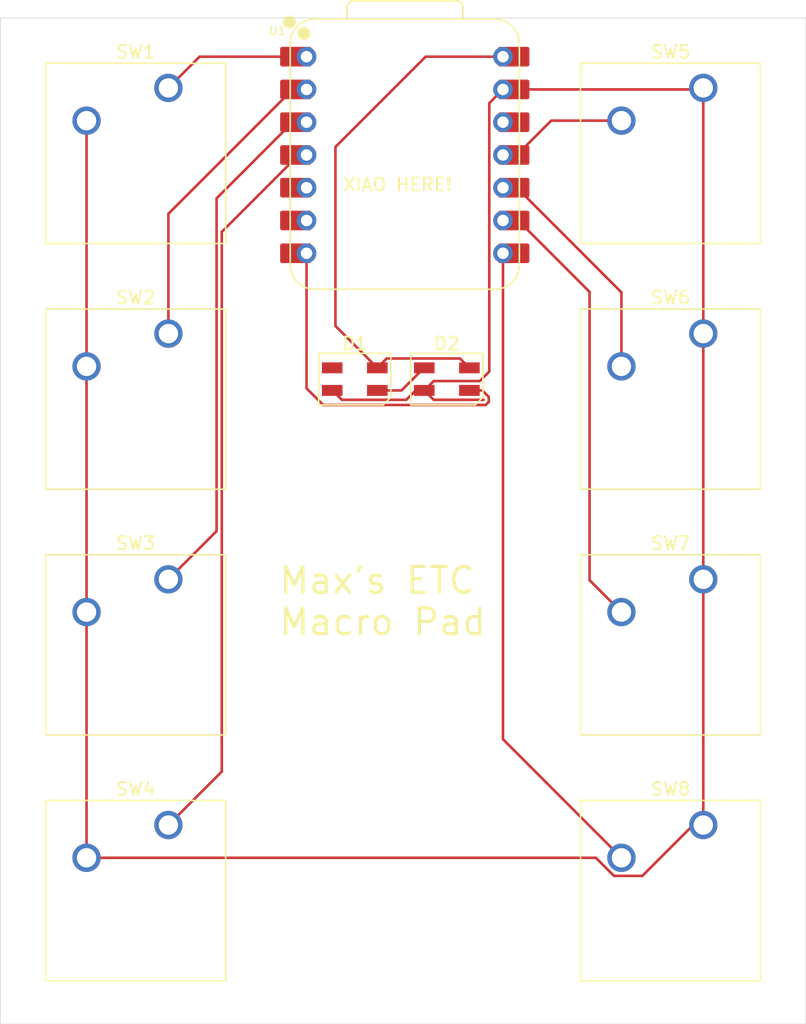
<source format=kicad_pcb>
(kicad_pcb (version 20241229) (generator "pcbnew") (generator_version "9.0")
  (layers (0 "F.Cu" signal) (2 "B.Cu" signal) (13 "F.Paste" user) (15 "B.Paste" user) (5 "F.SilkS" user "F.Silkscreen") (7 "B.SilkS" user "B.Silkscreen") (1 "F.Mask" user) (3 "B.Mask" user) (25 "Edge.Cuts" user))
  (net 0 "")
  (net 2 "+5V")
  (net 3 "Net-(D1-VDD)")
  (net 4 "GND")
  (net 5 "Net-(U1-GPIO29{slash}ADC3{slash}A3)")
  (net 6 "Net-(U1-GPIO26{slash}ADC0{slash}A0)")
  (net 7 "Net-(U1-GPIO27{slash}ADC1{slash}A1)")
  (net 8 "Net-(U1-GPIO28{slash}ADC2{slash}A2)")
  (net 9 "Net-(U1-GPIO2{slash}SCK)")
  (net 10 "Net-(U1-GPIO4{slash}MISO)")
  (net 11 "Net-(U1-GPIO3{slash}MOSI)")
  (net 12 "Net-(U1-GPIO1{slash}RX)")
  (net 16 "Net-(D2-VDD)")
  (footprint "LED_SMD:LED_SK6812MINI_PLCC4_3.5x3.5mm_P1.75mm" (layer "F.Cu") (at 184.64375 78)
    (property "Reference" "D2" (at 0 -2.75 0) (layer "F.SilkS"))
    (property "Value" "SK6812")
    (fp_line (start -2.8 -2) (end -2.8 2) (stroke (width 0.12)) (layer "F.SilkS"))
    (fp_line (start -2.8 -2) (end 2.8 -2) (stroke (width 0.12)) (layer "F.SilkS"))
    (fp_line (start -2.8 2) (end 2.2 2) (stroke (width 0.12)) (layer "F.SilkS"))
    (fp_line (start 2.8 1.4) (end 2.2 2) (stroke (width 0.12)) (layer "F.SilkS"))
    (fp_line (start 2.8 1.4) (end 2.8 -2) (stroke (width 0.12)) (layer "F.SilkS"))
    (pad "1" smd rect (at -1.75 -0.875) (size 1.6 0.85) (layers "F.Cu" "F.Mask" "F.Paste") (net 3 "Net-(D1-VDD)"))
    (pad "2" smd rect (at -1.75 0.875) (size 1.6 0.85) (layers "F.Cu" "F.Mask" "F.Paste") (net 4 "GND"))
    (pad "3" smd rect (at 1.75 0.875) (size 1.6 0.85) (layers "F.Cu" "F.Mask" "F.Paste") (net 16 "Net-(D2-VDD)"))
    (pad "4" smd rect (at 1.75 -0.875) (size 1.6 0.85) (layers "F.Cu" "F.Mask" "F.Paste") (net 2 "+5V"))
  )
  (footprint "Button_Switch_Keyboard:SW_Cherry_MX_1.00u_PCB" (layer "F.Cu") (at 163.04 55.42)
    (property "Reference" "SW1" (at -2.54 -2.794 0) (layer "F.SilkS"))
    (property "Value" "SW_Push")
    (fp_line (start -9.525 -1.905) (end 4.445 -1.905) (stroke (width 0.12)) (layer "F.SilkS"))
    (fp_line (start -9.525 12.065) (end -9.525 -1.905) (stroke (width 0.12)) (layer "F.SilkS"))
    (fp_line (start 4.445 -1.905) (end 4.445 12.065) (stroke (width 0.12)) (layer "F.SilkS"))
    (fp_line (start 4.445 12.065) (end -9.525 12.065) (stroke (width 0.12)) (layer "F.SilkS"))
    (pad "" np_thru_hole circle (at -7.62 5.08) (size 1.7 1.7) (drill 1.7) (layers "*.Cu" "*.Mask"))
    (pad "" np_thru_hole circle (at -2.54 5.08) (size 4 4) (drill 4) (layers "*.Cu" "*.Mask"))
    (pad "" np_thru_hole circle (at 2.54 5.08) (size 1.7 1.7) (drill 1.7) (layers "*.Cu" "*.Mask"))
    (pad "1" thru_hole circle (at 0 0) (size 2.2 2.2) (drill 1.5) (layers "*.Cu" "*.Mask") (net 6 "Net-(U1-GPIO26{slash}ADC0{slash}A0)"))
    (pad "2" thru_hole circle (at -6.35 2.54) (size 2.2 2.2) (drill 1.5) (layers "*.Cu" "*.Mask") (net 4 "GND"))
  )
  (footprint "Button_Switch_Keyboard:SW_Cherry_MX_1.00u_PCB" (layer "F.Cu") (at 204.54 55.42)
    (property "Reference" "SW5" (at -2.54 -2.794 0) (layer "F.SilkS"))
    (property "Value" "SW_Push")
    (fp_line (start -9.525 -1.905) (end 4.445 -1.905) (stroke (width 0.12)) (layer "F.SilkS"))
    (fp_line (start -9.525 12.065) (end -9.525 -1.905) (stroke (width 0.12)) (layer "F.SilkS"))
    (fp_line (start 4.445 -1.905) (end 4.445 12.065) (stroke (width 0.12)) (layer "F.SilkS"))
    (fp_line (start 4.445 12.065) (end -9.525 12.065) (stroke (width 0.12)) (layer "F.SilkS"))
    (pad "" np_thru_hole circle (at -7.62 5.08) (size 1.7 1.7) (drill 1.7) (layers "*.Cu" "*.Mask"))
    (pad "" np_thru_hole circle (at -2.54 5.08) (size 4 4) (drill 4) (layers "*.Cu" "*.Mask"))
    (pad "" np_thru_hole circle (at 2.54 5.08) (size 1.7 1.7) (drill 1.7) (layers "*.Cu" "*.Mask"))
    (pad "1" thru_hole circle (at 0 0) (size 2.2 2.2) (drill 1.5) (layers "*.Cu" "*.Mask") (net 4 "GND"))
    (pad "2" thru_hole circle (at -6.35 2.54) (size 2.2 2.2) (drill 1.5) (layers "*.Cu" "*.Mask") (net 11 "Net-(U1-GPIO3{slash}MOSI)"))
  )
  (footprint "Button_Switch_Keyboard:SW_Cherry_MX_1.00u_PCB" (layer "F.Cu") (at 163.04 112.57)
    (property "Reference" "SW4" (at -2.54 -2.794 0) (layer "F.SilkS"))
    (property "Value" "SW_Push")
    (fp_line (start -9.525 -1.905) (end 4.445 -1.905) (stroke (width 0.12)) (layer "F.SilkS"))
    (fp_line (start -9.525 12.065) (end -9.525 -1.905) (stroke (width 0.12)) (layer "F.SilkS"))
    (fp_line (start 4.445 -1.905) (end 4.445 12.065) (stroke (width 0.12)) (layer "F.SilkS"))
    (fp_line (start 4.445 12.065) (end -9.525 12.065) (stroke (width 0.12)) (layer "F.SilkS"))
    (pad "" np_thru_hole circle (at -7.62 5.08) (size 1.7 1.7) (drill 1.7) (layers "*.Cu" "*.Mask"))
    (pad "" np_thru_hole circle (at -2.54 5.08) (size 4 4) (drill 4) (layers "*.Cu" "*.Mask"))
    (pad "" np_thru_hole circle (at 2.54 5.08) (size 1.7 1.7) (drill 1.7) (layers "*.Cu" "*.Mask"))
    (pad "1" thru_hole circle (at 0 0) (size 2.2 2.2) (drill 1.5) (layers "*.Cu" "*.Mask") (net 5 "Net-(U1-GPIO29{slash}ADC3{slash}A3)"))
    (pad "2" thru_hole circle (at -6.35 2.54) (size 2.2 2.2) (drill 1.5) (layers "*.Cu" "*.Mask") (net 4 "GND"))
  )
  (footprint "LED_SMD:LED_SK6812MINI_PLCC4_3.5x3.5mm_P1.75mm" (layer "F.Cu") (at 177.5 78)
    (property "Reference" "D1" (at 0 -2.75 0) (layer "F.SilkS"))
    (property "Value" "SK6812")
    (fp_line (start -2.8 -2) (end -2.8 2) (stroke (width 0.12)) (layer "F.SilkS"))
    (fp_line (start -2.8 -2) (end 2.8 -2) (stroke (width 0.12)) (layer "F.SilkS"))
    (fp_line (start -2.8 2) (end 2.2 2) (stroke (width 0.12)) (layer "F.SilkS"))
    (fp_line (start 2.8 1.4) (end 2.2 2) (stroke (width 0.12)) (layer "F.SilkS"))
    (fp_line (start 2.8 1.4) (end 2.8 -2) (stroke (width 0.12)) (layer "F.SilkS"))
    (pad "1" smd rect (at -1.75 -0.875) (size 1.6 0.85) (layers "F.Cu" "F.Mask" "F.Paste"))
    (pad "2" smd rect (at -1.75 0.875) (size 1.6 0.85) (layers "F.Cu" "F.Mask" "F.Paste") (net 4 "GND"))
    (pad "3" smd rect (at 1.75 0.875) (size 1.6 0.85) (layers "F.Cu" "F.Mask" "F.Paste") (net 3 "Net-(D1-VDD)"))
    (pad "4" smd rect (at 1.75 -0.875) (size 1.6 0.85) (layers "F.Cu" "F.Mask" "F.Paste") (net 2 "+5V"))
  )
  (footprint "OPL:XIAO-RP2040-DIP" (layer "F.Cu") (at 181.38 60.62)
    (property "Reference" "U1" (at -9.88 -9.62 0) (layer "F.SilkS") (effects (font (size 0.635 0.635) (thickness 0.1016))))
    (property "Value" "XIAO-RP2040-DIP")
    (fp_line (start -8.89 8.509) (end -8.89 -8.636) (stroke (width 0.127)) (layer "F.SilkS"))
    (fp_line (start -6.985 10.414) (end 6.985 10.414) (stroke (width 0.127)) (layer "F.SilkS"))
    (fp_line (start -4.495 -10.541) (end -4.491272 -11.451272) (stroke (width 0.127)) (layer "F.SilkS"))
    (fp_line (start -3.991272 -11.951) (end 4.004 -11.951) (stroke (width 0.127)) (layer "F.SilkS"))
    (fp_line (start 4.504 -11.451) (end 4.504 -10.541) (stroke (width 0.127)) (layer "F.SilkS"))
    (fp_line (start 6.985 -10.541) (end -6.985 -10.541) (stroke (width 0.1)) (layer "F.SilkS"))
    (fp_line (start 6.985 -10.541) (end -6.985 -10.541) (stroke (width 0.127)) (layer "F.SilkS"))
    (fp_line (start 8.89 8.509) (end 8.89 -8.636) (stroke (width 0.127)) (layer "F.SilkS"))
    (fp_arc (start -8.89 -8.636) (mid -8.332038 -9.983038) (end -6.985 -10.541) (stroke (width 0.127)) (layer "F.SilkS"))
    (fp_arc (start -6.985 10.414) (mid -8.332038 9.856038) (end -8.89 8.509) (stroke (width 0.127)) (layer "F.SilkS"))
    (fp_arc (start -4.491272 -11.451272) (mid -4.344728 -11.80464) (end -3.991272 -11.951) (stroke (width 0.127)) (layer "F.SilkS"))
    (fp_arc (start 4.004 -11.951) (mid 4.357553 -11.804553) (end 4.504 -11.451) (stroke (width 0.127)) (layer "F.SilkS"))
    (fp_arc (start 6.985 -10.541) (mid 8.332038 -9.983038) (end 8.89 -8.636) (stroke (width 0.127)) (layer "F.SilkS"))
    (fp_arc (start 8.89 8.509) (mid 8.332038 9.856038) (end 6.985 10.414) (stroke (width 0.127)) (layer "F.SilkS"))
    (fp_circle (center -8.95 -10.3) (end -8.95 -10.554) (stroke (width 0.5)) (fill yes) (layer "F.SilkS"))
    (fp_circle (center -7.807 -9.42) (end -7.807 -9.674) (stroke (width 0.5)) (fill yes) (layer "F.SilkS"))
    (pad "1" smd roundrect (at -8.455 -7.62 180) (size 2.432 1.524) (layers "F.Cu" "F.Mask") (roundrect_rratio 0.1) (net 6 "Net-(U1-GPIO26{slash}ADC0{slash}A0)"))
    (pad "1" thru_hole circle (at -7.62 -7.62 180) (size 1.524 1.524) (drill 0.889) (layers "*.Cu" "*.Mask") (net 6 "Net-(U1-GPIO26{slash}ADC0{slash}A0)"))
    (pad "2" smd roundrect (at -8.455 -5.08 180) (size 2.432 1.524) (layers "F.Cu" "F.Mask") (roundrect_rratio 0.1) (net 7 "Net-(U1-GPIO27{slash}ADC1{slash}A1)"))
    (pad "2" thru_hole circle (at -7.62 -5.08 180) (size 1.524 1.524) (drill 0.889) (layers "*.Cu" "*.Mask") (net 7 "Net-(U1-GPIO27{slash}ADC1{slash}A1)"))
    (pad "3" smd roundrect (at -8.455 -2.54 180) (size 2.432 1.524) (layers "F.Cu" "F.Mask") (roundrect_rratio 0.1) (net 8 "Net-(U1-GPIO28{slash}ADC2{slash}A2)"))
    (pad "3" thru_hole circle (at -7.62 -2.54 180) (size 1.524 1.524) (drill 0.889) (layers "*.Cu" "*.Mask") (net 8 "Net-(U1-GPIO28{slash}ADC2{slash}A2)"))
    (pad "4" smd roundrect (at -8.455 0 180) (size 2.432 1.524) (layers "F.Cu" "F.Mask") (roundrect_rratio 0.1) (net 5 "Net-(U1-GPIO29{slash}ADC3{slash}A3)"))
    (pad "4" thru_hole circle (at -7.62 0 180) (size 1.524 1.524) (drill 0.889) (layers "*.Cu" "*.Mask") (net 5 "Net-(U1-GPIO29{slash}ADC3{slash}A3)"))
    (pad "5" smd roundrect (at -8.455 2.54 180) (size 2.432 1.524) (layers "F.Cu" "F.Mask") (roundrect_rratio 0.1))
    (pad "5" thru_hole circle (at -7.62 2.54 180) (size 1.524 1.524) (drill 0.889) (layers "*.Cu" "*.Mask"))
    (pad "6" smd roundrect (at -8.455 5.08 180) (size 2.432 1.524) (layers "F.Cu" "F.Mask") (roundrect_rratio 0.1))
    (pad "6" thru_hole circle (at -7.62 5.08 180) (size 1.524 1.524) (drill 0.889) (layers "*.Cu" "*.Mask"))
    (pad "7" smd roundrect (at -8.455 7.62 180) (size 2.432 1.524) (layers "F.Cu" "F.Mask") (roundrect_rratio 0.1) (net 16 "Net-(D2-VDD)"))
    (pad "7" thru_hole circle (at -7.62 7.62 180) (size 1.524 1.524) (drill 0.889) (layers "*.Cu" "*.Mask") (net 16 "Net-(D2-VDD)"))
    (pad "8" thru_hole circle (at 7.62 7.62) (size 1.524 1.524) (drill 0.889) (layers "*.Cu" "*.Mask") (net 12 "Net-(U1-GPIO1{slash}RX)"))
    (pad "8" smd roundrect (at 8.455 7.62) (size 2.432 1.524) (layers "F.Cu" "F.Mask") (roundrect_rratio 0.1) (net 12 "Net-(U1-GPIO1{slash}RX)"))
    (pad "9" thru_hole circle (at 7.62 5.08) (size 1.524 1.524) (drill 0.889) (layers "*.Cu" "*.Mask") (net 9 "Net-(U1-GPIO2{slash}SCK)"))
    (pad "9" smd roundrect (at 8.455 5.08) (size 2.432 1.524) (layers "F.Cu" "F.Mask") (roundrect_rratio 0.1) (net 9 "Net-(U1-GPIO2{slash}SCK)"))
    (pad "10" thru_hole circle (at 7.62 2.54) (size 1.524 1.524) (drill 0.889) (layers "*.Cu" "*.Mask") (net 10 "Net-(U1-GPIO4{slash}MISO)"))
    (pad "10" smd roundrect (at 8.455 2.54) (size 2.432 1.524) (layers "F.Cu" "F.Mask") (roundrect_rratio 0.1) (net 10 "Net-(U1-GPIO4{slash}MISO)"))
    (pad "11" thru_hole circle (at 7.62 0) (size 1.524 1.524) (drill 0.889) (layers "*.Cu" "*.Mask") (net 11 "Net-(U1-GPIO3{slash}MOSI)"))
    (pad "11" smd roundrect (at 8.455 0) (size 2.432 1.524) (layers "F.Cu" "F.Mask") (roundrect_rratio 0.1) (net 11 "Net-(U1-GPIO3{slash}MOSI)"))
    (pad "12" thru_hole circle (at 7.62 -2.54) (size 1.524 1.524) (drill 0.889) (layers "*.Cu" "*.Mask"))
    (pad "12" smd roundrect (at 8.455 -2.54) (size 2.432 1.524) (layers "F.Cu" "F.Mask") (roundrect_rratio 0.1))
    (pad "13" thru_hole circle (at 7.62 -5.08) (size 1.524 1.524) (drill 0.889) (layers "*.Cu" "*.Mask") (net 4 "GND"))
    (pad "13" smd roundrect (at 8.455 -5.08) (size 2.432 1.524) (layers "F.Cu" "F.Mask") (roundrect_rratio 0.1) (net 4 "GND"))
    (pad "14" thru_hole circle (at 7.62 -7.62) (size 1.524 1.524) (drill 0.889) (layers "*.Cu" "*.Mask") (net 2 "+5V"))
    (pad "14" smd roundrect (at 8.455 -7.62) (size 2.432 1.524) (layers "F.Cu" "F.Mask") (roundrect_rratio 0.1) (net 2 "+5V"))
  )
  (footprint "Button_Switch_Keyboard:SW_Cherry_MX_1.00u_PCB" (layer "F.Cu") (at 163.04 93.52)
    (property "Reference" "SW3" (at -2.54 -2.794 0) (layer "F.SilkS"))
    (property "Value" "SW_Push")
    (fp_line (start -9.525 -1.905) (end 4.445 -1.905) (stroke (width 0.12)) (layer "F.SilkS"))
    (fp_line (start -9.525 12.065) (end -9.525 -1.905) (stroke (width 0.12)) (layer "F.SilkS"))
    (fp_line (start 4.445 -1.905) (end 4.445 12.065) (stroke (width 0.12)) (layer "F.SilkS"))
    (fp_line (start 4.445 12.065) (end -9.525 12.065) (stroke (width 0.12)) (layer "F.SilkS"))
    (pad "" np_thru_hole circle (at -7.62 5.08) (size 1.7 1.7) (drill 1.7) (layers "*.Cu" "*.Mask"))
    (pad "" np_thru_hole circle (at -2.54 5.08) (size 4 4) (drill 4) (layers "*.Cu" "*.Mask"))
    (pad "" np_thru_hole circle (at 2.54 5.08) (size 1.7 1.7) (drill 1.7) (layers "*.Cu" "*.Mask"))
    (pad "1" thru_hole circle (at 0 0) (size 2.2 2.2) (drill 1.5) (layers "*.Cu" "*.Mask") (net 8 "Net-(U1-GPIO28{slash}ADC2{slash}A2)"))
    (pad "2" thru_hole circle (at -6.35 2.54) (size 2.2 2.2) (drill 1.5) (layers "*.Cu" "*.Mask") (net 4 "GND"))
  )
  (footprint "Button_Switch_Keyboard:SW_Cherry_MX_1.00u_PCB" (layer "F.Cu") (at 204.54 112.57)
    (property "Reference" "SW8" (at -2.54 -2.794 0) (layer "F.SilkS"))
    (property "Value" "SW_Push")
    (fp_line (start -9.525 -1.905) (end 4.445 -1.905) (stroke (width 0.12)) (layer "F.SilkS"))
    (fp_line (start -9.525 12.065) (end -9.525 -1.905) (stroke (width 0.12)) (layer "F.SilkS"))
    (fp_line (start 4.445 -1.905) (end 4.445 12.065) (stroke (width 0.12)) (layer "F.SilkS"))
    (fp_line (start 4.445 12.065) (end -9.525 12.065) (stroke (width 0.12)) (layer "F.SilkS"))
    (pad "" np_thru_hole circle (at -7.62 5.08) (size 1.7 1.7) (drill 1.7) (layers "*.Cu" "*.Mask"))
    (pad "" np_thru_hole circle (at -2.54 5.08) (size 4 4) (drill 4) (layers "*.Cu" "*.Mask"))
    (pad "" np_thru_hole circle (at 2.54 5.08) (size 1.7 1.7) (drill 1.7) (layers "*.Cu" "*.Mask"))
    (pad "1" thru_hole circle (at 0 0) (size 2.2 2.2) (drill 1.5) (layers "*.Cu" "*.Mask") (net 4 "GND"))
    (pad "2" thru_hole circle (at -6.35 2.54) (size 2.2 2.2) (drill 1.5) (layers "*.Cu" "*.Mask") (net 12 "Net-(U1-GPIO1{slash}RX)"))
  )
  (footprint "Button_Switch_Keyboard:SW_Cherry_MX_1.00u_PCB" (layer "F.Cu") (at 204.54 74.47)
    (property "Reference" "SW6" (at -2.54 -2.794 0) (layer "F.SilkS"))
    (property "Value" "SW_Push")
    (fp_line (start -9.525 -1.905) (end 4.445 -1.905) (stroke (width 0.12)) (layer "F.SilkS"))
    (fp_line (start -9.525 12.065) (end -9.525 -1.905) (stroke (width 0.12)) (layer "F.SilkS"))
    (fp_line (start 4.445 -1.905) (end 4.445 12.065) (stroke (width 0.12)) (layer "F.SilkS"))
    (fp_line (start 4.445 12.065) (end -9.525 12.065) (stroke (width 0.12)) (layer "F.SilkS"))
    (pad "" np_thru_hole circle (at -7.62 5.08) (size 1.7 1.7) (drill 1.7) (layers "*.Cu" "*.Mask"))
    (pad "" np_thru_hole circle (at -2.54 5.08) (size 4 4) (drill 4) (layers "*.Cu" "*.Mask"))
    (pad "" np_thru_hole circle (at 2.54 5.08) (size 1.7 1.7) (drill 1.7) (layers "*.Cu" "*.Mask"))
    (pad "1" thru_hole circle (at 0 0) (size 2.2 2.2) (drill 1.5) (layers "*.Cu" "*.Mask") (net 4 "GND"))
    (pad "2" thru_hole circle (at -6.35 2.54) (size 2.2 2.2) (drill 1.5) (layers "*.Cu" "*.Mask") (net 10 "Net-(U1-GPIO4{slash}MISO)"))
  )
  (footprint "Button_Switch_Keyboard:SW_Cherry_MX_1.00u_PCB" (layer "F.Cu") (at 163.04 74.47)
    (property "Reference" "SW2" (at -2.54 -2.794 0) (layer "F.SilkS"))
    (property "Value" "SW_Push")
    (fp_line (start -9.525 -1.905) (end 4.445 -1.905) (stroke (width 0.12)) (layer "F.SilkS"))
    (fp_line (start -9.525 12.065) (end -9.525 -1.905) (stroke (width 0.12)) (layer "F.SilkS"))
    (fp_line (start 4.445 -1.905) (end 4.445 12.065) (stroke (width 0.12)) (layer "F.SilkS"))
    (fp_line (start 4.445 12.065) (end -9.525 12.065) (stroke (width 0.12)) (layer "F.SilkS"))
    (pad "" np_thru_hole circle (at -7.62 5.08) (size 1.7 1.7) (drill 1.7) (layers "*.Cu" "*.Mask"))
    (pad "" np_thru_hole circle (at -2.54 5.08) (size 4 4) (drill 4) (layers "*.Cu" "*.Mask"))
    (pad "" np_thru_hole circle (at 2.54 5.08) (size 1.7 1.7) (drill 1.7) (layers "*.Cu" "*.Mask"))
    (pad "1" thru_hole circle (at 0 0) (size 2.2 2.2) (drill 1.5) (layers "*.Cu" "*.Mask") (net 7 "Net-(U1-GPIO27{slash}ADC1{slash}A1)"))
    (pad "2" thru_hole circle (at -6.35 2.54) (size 2.2 2.2) (drill 1.5) (layers "*.Cu" "*.Mask") (net 4 "GND"))
  )
  (footprint "Button_Switch_Keyboard:SW_Cherry_MX_1.00u_PCB" (layer "F.Cu") (at 204.54 93.52)
    (property "Reference" "SW7" (at -2.54 -2.794 0) (layer "F.SilkS"))
    (property "Value" "SW_Push")
    (fp_line (start -9.525 -1.905) (end 4.445 -1.905) (stroke (width 0.12)) (layer "F.SilkS"))
    (fp_line (start -9.525 12.065) (end -9.525 -1.905) (stroke (width 0.12)) (layer "F.SilkS"))
    (fp_line (start 4.445 -1.905) (end 4.445 12.065) (stroke (width 0.12)) (layer "F.SilkS"))
    (fp_line (start 4.445 12.065) (end -9.525 12.065) (stroke (width 0.12)) (layer "F.SilkS"))
    (pad "" np_thru_hole circle (at -7.62 5.08) (size 1.7 1.7) (drill 1.7) (layers "*.Cu" "*.Mask"))
    (pad "" np_thru_hole circle (at -2.54 5.08) (size 4 4) (drill 4) (layers "*.Cu" "*.Mask"))
    (pad "" np_thru_hole circle (at 2.54 5.08) (size 1.7 1.7) (drill 1.7) (layers "*.Cu" "*.Mask"))
    (pad "1" thru_hole circle (at 0 0) (size 2.2 2.2) (drill 1.5) (layers "*.Cu" "*.Mask") (net 4 "GND"))
    (pad "2" thru_hole circle (at -6.35 2.54) (size 2.2 2.2) (drill 1.5) (layers "*.Cu" "*.Mask") (net 9 "Net-(U1-GPIO2{slash}SCK)"))
  )
  (gr_rect (start 150 50) (end 212.5 128) (stroke (width 0.05)) (fill no) (layer "Edge.Cuts"))
  (gr_text "XIAO HERE!" (at 176.5 63.5 0) (layer "F.SilkS") (effects (font (size 1 1)) (justify left bottom)))
  (gr_text "Max's ETC\nMacro Pad" (at 171.5 98 0) (layer "F.SilkS") (effects (font (size 2 2) (thickness 0.25)) (justify left bottom)))
  (segment (start 179.976 76.399) (end 179.25 77.125) (width 0.2) (layer "F.Cu") (net 2))
  (segment (start 185.66775 76.399) (end 179.976 76.399) (width 0.2) (layer "F.Cu") (net 2))
  (segment (start 183 53) (end 176 60) (width 0.2) (layer "F.Cu") (net 2))
  (segment (start 186.39375 77.125) (end 185.66775 76.399) (width 0.2) (layer "F.Cu") (net 2))
  (segment (start 176 60) (end 176 73.875) (width 0.2) (layer "F.Cu") (net 2))
  (segment (start 176 73.875) (end 179.25 77.125) (width 0.2) (layer "F.Cu") (net 2))
  (segment (start 189 53) (end 183 53) (width 0.2) (layer "F.Cu") (net 2))
  (segment (start 182.89375 77.125) (end 182.875 77.125) (width 0.2) (layer "F.Cu") (net 3))
  (segment (start 182.875 77.125) (end 181.125 78.875) (width 0.2) (layer "F.Cu") (net 3))
  (segment (start 181.125 78.875) (end 179.25 78.875) (width 0.2) (layer "F.Cu") (net 3))
  (segment (start 183.61975 78.149) (end 182.89375 78.875) (width 0.2) (layer "F.Cu") (net 4))
  (segment (start 156.69 115.11) (end 196.208686 115.11) (width 0.2) (layer "F.Cu") (net 4))
  (segment (start 189 55.54) (end 187.937 56.603) (width 0.2) (layer "F.Cu") (net 4))
  (segment (start 187.937 56.603) (end 187.937 77.40875) (width 0.2) (layer "F.Cu") (net 4))
  (segment (start 187.49475 79.601) (end 183.61975 79.601) (width 0.2) (layer "F.Cu") (net 4))
  (segment (start 196.208686 115.11) (end 197.609686 116.511) (width 0.2) (layer "F.Cu") (net 4))
  (segment (start 204.54 93.52) (end 204.54 112.57) (width 0.2) (layer "F.Cu") (net 4))
  (segment (start 156.69 57.96) (end 156.69 77.01) (width 0.2) (layer "F.Cu") (net 4))
  (segment (start 204.42 55.54) (end 204.54 55.42) (width 0.2) (layer "F.Cu") (net 4))
  (segment (start 156.69 77.01) (end 156.69 96.06) (width 0.2) (layer "F.Cu") (net 4))
  (segment (start 203.755184 112.57) (end 204.54 112.57) (width 0.2) (layer "F.Cu") (net 4))
  (segment (start 156.69 96.06) (end 156.69 115.11) (width 0.2) (layer "F.Cu") (net 4))
  (segment (start 204.54 74.47) (end 204.54 93.52) (width 0.2) (layer "F.Cu") (net 4))
  (segment (start 189 55.54) (end 204.42 55.54) (width 0.2) (layer "F.Cu") (net 4))
  (segment (start 187.937 77.40875) (end 187.19675 78.149) (width 0.2) (layer "F.Cu") (net 4))
  (segment (start 182.226 78.875) (end 182.89375 78.875) (width 0.2) (layer "F.Cu") (net 4))
  (segment (start 204.54 55.42) (end 204.54 74.47) (width 0.2) (layer "F.Cu") (net 4))
  (segment (start 181.5 79.601) (end 182.226 78.875) (width 0.2) (layer "F.Cu") (net 4))
  (segment (start 175.75 78.875) (end 175.774 78.875) (width 0.2) (layer "F.Cu") (net 4))
  (segment (start 199.814184 116.511) (end 203.755184 112.57) (width 0.2) (layer "F.Cu") (net 4))
  (segment (start 183.61975 79.601) (end 182.89375 78.875) (width 0.2) (layer "F.Cu") (net 4))
  (segment (start 175.774 78.875) (end 176.5 79.601) (width 0.2) (layer "F.Cu") (net 4))
  (segment (start 197.609686 116.511) (end 199.814184 116.511) (width 0.2) (layer "F.Cu") (net 4))
  (segment (start 181.5 79.601) (end 176.5 79.601) (width 0.2) (layer "F.Cu") (net 4))
  (segment (start 187.19675 78.149) (end 183.61975 78.149) (width 0.2) (layer "F.Cu") (net 4))
  (segment (start 173.76 60.62) (end 173.146374 60.62) (width 0.2) (layer "F.Cu") (net 5))
  (segment (start 173.146374 60.62) (end 167.182 66.584374) (width 0.2) (layer "F.Cu") (net 5))
  (segment (start 167.182 66.584374) (end 167.182 108.428) (width 0.2) (layer "F.Cu") (net 5))
  (segment (start 167.182 108.428) (end 163.04 112.57) (width 0.2) (layer "F.Cu") (net 5))
  (segment (start 165.46 53) (end 163.04 55.42) (width 0.2) (layer "F.Cu") (net 6))
  (segment (start 173.76 53) (end 165.46 53) (width 0.2) (layer "F.Cu") (net 6))
  (segment (start 173.76 55.54) (end 172.68237 55.54) (width 0.2) (layer "F.Cu") (net 7))
  (segment (start 163.04 65.18237) (end 163.04 74.47) (width 0.2) (layer "F.Cu") (net 7))
  (segment (start 172.68237 55.54) (end 163.04 65.18237) (width 0.2) (layer "F.Cu") (net 7))
  (segment (start 166.781 89.779) (end 163.04 93.52) (width 0.2) (layer "F.Cu") (net 8))
  (segment (start 173.76 58.08) (end 172.68237 58.08) (width 0.2) (layer "F.Cu") (net 8))
  (segment (start 166.781 63.98137) (end 166.781 89.779) (width 0.2) (layer "F.Cu") (net 8))
  (segment (start 172.68237 58.08) (end 166.781 63.98137) (width 0.2) (layer "F.Cu") (net 8))
  (segment (start 195.719 71.238274) (end 195.719 93.589) (width 0.2) (layer "F.Cu") (net 9))
  (segment (start 190.180726 65.7) (end 195.719 71.238274) (width 0.2) (layer "F.Cu") (net 9))
  (segment (start 189 65.7) (end 190.180726 65.7) (width 0.2) (layer "F.Cu") (net 9))
  (segment (start 195.719 93.589) (end 198.19 96.06) (width 0.2) (layer "F.Cu") (net 9))
  (segment (start 190.07763 63.16) (end 198.19 71.27237) (width 0.2) (layer "F.Cu") (net 10))
  (segment (start 189 63.16) (end 190.07763 63.16) (width 0.2) (layer "F.Cu") (net 10))
  (segment (start 198.19 71.27237) (end 198.19 77.01) (width 0.2) (layer "F.Cu") (net 10))
  (segment (start 190.07763 60.62) (end 192.73763 57.96) (width 0.2) (layer "F.Cu") (net 11))
  (segment (start 189 60.62) (end 190.07763 60.62) (width 0.2) (layer "F.Cu") (net 11))
  (segment (start 198.07 58.08) (end 198.19 57.96) (width 0.2) (layer "F.Cu") (net 11))
  (segment (start 192.73763 57.96) (end 198.19 57.96) (width 0.2) (layer "F.Cu") (net 11))
  (segment (start 189 68.24) (end 189 105.92) (width 0.2) (layer "F.Cu") (net 12))
  (segment (start 189 105.92) (end 198.19 115.11) (width 0.2) (layer "F.Cu") (net 12))
  (segment (start 187.39375 78.875) (end 186.39375 78.875) (width 0.2) (layer "F.Cu") (net 16))
  (segment (start 187.89575 79.377) (end 187.39375 78.875) (width 0.2) (layer "F.Cu") (net 16))
  (segment (start 187.89575 79.7671) (end 187.89575 79.377) (width 0.2) (layer "F.Cu") (net 16))
  (segment (start 175.05 80.002) (end 187.66085 80.002) (width 0.2) (layer "F.Cu") (net 16))
  (segment (start 187.66085 80.002) (end 187.89575 79.7671) (width 0.2) (layer "F.Cu") (net 16))
  (segment (start 173.76 78.712) (end 175.05 80.002) (width 0.2) (layer "F.Cu") (net 16))
  (segment (start 173.76 68.24) (end 173.76 78.712) (width 0.2) (layer "F.Cu") (net 16))
)
</source>
